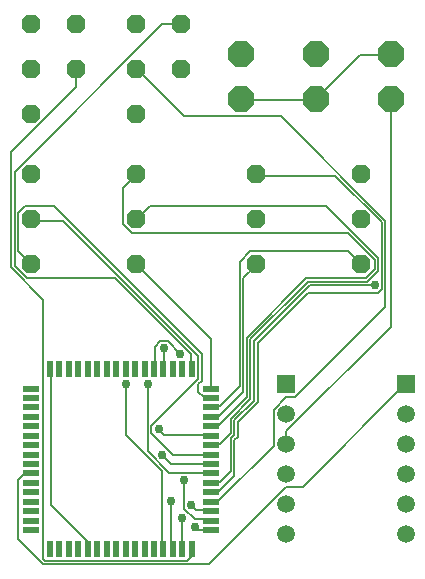
<source format=gbr>
G04 EAGLE Gerber X2 export*
%TF.Part,Single*%
%TF.FileFunction,Copper,L1,Top,Mixed*%
%TF.FilePolarity,Positive*%
%TF.GenerationSoftware,Autodesk,EAGLE,8.6.0*%
%TF.CreationDate,2018-03-06T10:54:34Z*%
G75*
%MOMM*%
%FSLAX34Y34*%
%LPD*%
%AMOC8*
5,1,8,0,0,1.08239X$1,22.5*%
G01*
%ADD10P,2.336880X8X22.500000*%
%ADD11P,1.732040X8X22.500000*%
%ADD12R,1.508000X1.508000*%
%ADD13C,1.508000*%
%ADD14R,1.473200X0.508000*%
%ADD15R,0.508000X1.473200*%
%ADD16C,0.152400*%
%ADD17C,0.756400*%


D10*
X342900Y508000D03*
X215900Y469900D03*
X215900Y508000D03*
X279400Y469900D03*
D11*
X38100Y533400D03*
X38100Y495300D03*
X317500Y368300D03*
X127000Y330200D03*
X228600Y330200D03*
X317500Y330200D03*
X38100Y330200D03*
D10*
X279400Y508000D03*
D11*
X127000Y457200D03*
X127000Y533400D03*
X228600Y406400D03*
D10*
X342900Y469900D03*
D11*
X127000Y495300D03*
X165100Y533400D03*
X317500Y406400D03*
X228600Y368300D03*
D12*
X355600Y228600D03*
D13*
X355600Y203200D03*
X355600Y177800D03*
X355600Y152400D03*
X355600Y127000D03*
X355600Y101600D03*
D12*
X254000Y228600D03*
D13*
X254000Y203200D03*
X254000Y177800D03*
X254000Y152400D03*
X254000Y127000D03*
X254000Y101600D03*
D14*
X38100Y225044D03*
X38100Y217170D03*
X38100Y209042D03*
X38100Y201168D03*
X38100Y193040D03*
X38100Y185166D03*
X38100Y177038D03*
X38100Y169164D03*
X38100Y161036D03*
X38100Y153162D03*
X38100Y145034D03*
X38100Y137160D03*
X38100Y129032D03*
X38100Y121158D03*
X38100Y113030D03*
X38100Y105156D03*
D15*
X54356Y88900D03*
X62230Y88900D03*
X70358Y88900D03*
X78232Y88900D03*
X86360Y88900D03*
X94234Y88900D03*
X102362Y88900D03*
X110236Y88900D03*
X118364Y88900D03*
X126238Y88900D03*
X134366Y88900D03*
X142240Y88900D03*
X150368Y88900D03*
X158242Y88900D03*
X166370Y88900D03*
X174244Y88900D03*
D14*
X190500Y105156D03*
X190500Y113030D03*
X190500Y121158D03*
X190500Y129032D03*
X190500Y137160D03*
X190500Y145034D03*
X190500Y153162D03*
X190500Y161036D03*
X190500Y169164D03*
X190500Y177038D03*
X190500Y185166D03*
X190500Y193040D03*
X190500Y201168D03*
X190500Y209042D03*
X190500Y217170D03*
X190500Y225044D03*
D15*
X174244Y241300D03*
X166370Y241300D03*
X158242Y241300D03*
X150368Y241300D03*
X142240Y241300D03*
X134366Y241300D03*
X126238Y241300D03*
X118364Y241300D03*
X110236Y241300D03*
X102362Y241300D03*
X94234Y241300D03*
X86360Y241300D03*
X78232Y241300D03*
X70358Y241300D03*
X62230Y241300D03*
X54356Y241300D03*
D11*
X38100Y457200D03*
X76200Y533400D03*
X38100Y368300D03*
X127000Y368300D03*
X76200Y495300D03*
X38100Y406400D03*
X127000Y406400D03*
X165100Y495300D03*
D16*
X173736Y88392D02*
X173736Y82296D01*
X170688Y79248D01*
X50292Y79248D01*
X48768Y80772D01*
X48768Y300228D01*
X21336Y327660D01*
X21336Y425196D01*
X76200Y480060D01*
X76200Y495300D01*
X174244Y88900D02*
X173736Y88392D01*
X166116Y89916D02*
X166116Y115824D01*
X166116Y89916D02*
X166370Y88900D01*
D17*
X166116Y115824D03*
D16*
X156972Y129540D02*
X156972Y89916D01*
X158242Y88900D01*
D17*
X156972Y129540D03*
D16*
X149352Y155448D02*
X149352Y89916D01*
X149352Y155448D02*
X118872Y185928D01*
X118872Y228600D01*
X149352Y89916D02*
X150368Y88900D01*
D17*
X118872Y228600D03*
D16*
X179832Y105156D02*
X190500Y105156D01*
X179832Y105156D02*
X176784Y108204D01*
D17*
X176784Y108204D03*
D16*
X176784Y114300D02*
X190500Y114300D01*
X176784Y114300D02*
X167640Y123444D01*
X167640Y147828D01*
X190500Y114300D02*
X190500Y113030D01*
D17*
X167640Y147828D03*
D16*
X178308Y121920D02*
X190500Y121920D01*
X178308Y121920D02*
X173736Y126492D01*
X190500Y121920D02*
X190500Y121158D01*
D17*
X173736Y126492D03*
D16*
X190500Y129540D02*
X196596Y129540D01*
X243840Y176784D01*
X243840Y207264D01*
X254508Y217932D01*
X262128Y217932D01*
X338328Y294132D01*
X338328Y367284D01*
X249936Y455676D01*
X167640Y455676D01*
X128016Y495300D01*
X190500Y129540D02*
X190500Y129032D01*
X128016Y495300D02*
X127000Y495300D01*
X190500Y137160D02*
X196596Y137160D01*
X210312Y150876D01*
X210312Y181356D01*
X213360Y184404D01*
X213360Y196596D01*
X230124Y213360D01*
X230124Y263652D01*
X272796Y306324D01*
X332232Y306324D01*
X335280Y309372D01*
X335280Y365760D01*
X295656Y405384D01*
X228600Y405384D01*
X228600Y406400D01*
X198120Y146304D02*
X190500Y146304D01*
X198120Y146304D02*
X207264Y155448D01*
X207264Y182880D01*
X210312Y185928D01*
X210312Y198120D01*
X227076Y214884D01*
X227076Y265176D01*
X274320Y312420D01*
X329184Y312420D01*
X190500Y146304D02*
X190500Y145034D01*
D17*
X329184Y312420D03*
D16*
X190500Y153924D02*
X155448Y153924D01*
X137160Y172212D01*
X137160Y228600D01*
X190500Y153924D02*
X190500Y153162D01*
D17*
X137160Y228600D03*
D16*
X156972Y161544D02*
X190500Y161544D01*
X156972Y161544D02*
X149352Y169164D01*
X190500Y161544D02*
X190500Y161036D01*
D17*
X149352Y169164D03*
D16*
X158496Y169164D02*
X190500Y169164D01*
X158496Y169164D02*
X140208Y187452D01*
X140208Y193548D01*
X179832Y233172D01*
X179832Y252984D01*
X65532Y367284D01*
X38100Y367284D01*
X38100Y368300D01*
X190500Y178308D02*
X198120Y178308D01*
X207264Y187452D01*
X207264Y199644D01*
X224028Y216408D01*
X224028Y266700D01*
X272796Y315468D01*
X323088Y315468D01*
X332232Y324612D01*
X332232Y335280D01*
X288036Y379476D01*
X138684Y379476D01*
X128016Y368808D01*
X190500Y178308D02*
X190500Y177038D01*
X127000Y368300D02*
X128016Y368808D01*
X190500Y193548D02*
X196596Y193548D01*
X220980Y217932D01*
X220980Y268224D01*
X271272Y318516D01*
X321564Y318516D01*
X329184Y326136D01*
X329184Y333756D01*
X306324Y356616D01*
X123444Y356616D01*
X115824Y364236D01*
X115824Y394716D01*
X126492Y405384D01*
X190500Y193548D02*
X190500Y193040D01*
X126492Y405384D02*
X127000Y406400D01*
X190500Y201168D02*
X196596Y201168D01*
X217932Y222504D01*
X217932Y318516D01*
X228600Y329184D01*
X228600Y330200D01*
X198120Y210312D02*
X190500Y210312D01*
X198120Y210312D02*
X214884Y227076D01*
X214884Y332232D01*
X224028Y341376D01*
X306324Y341376D01*
X317500Y330200D01*
X190500Y210312D02*
X190500Y209042D01*
X190500Y217932D02*
X184404Y217932D01*
X179832Y222504D01*
X179832Y228600D01*
X182880Y231648D01*
X182880Y254508D01*
X57912Y379476D01*
X33528Y379476D01*
X27432Y373380D01*
X27432Y341376D01*
X38100Y330708D01*
X190500Y217932D02*
X190500Y217170D01*
X38100Y330200D02*
X38100Y330708D01*
X190500Y266700D02*
X190500Y225044D01*
X190500Y266700D02*
X127000Y330200D01*
X173736Y254508D02*
X173736Y242316D01*
X173736Y254508D02*
X109728Y318516D01*
X35052Y318516D01*
X24384Y329184D01*
X24384Y408432D01*
X149352Y533400D01*
X165100Y533400D01*
X173736Y242316D02*
X174244Y241300D01*
X38100Y152400D02*
X32004Y152400D01*
X27432Y147828D01*
X27432Y97536D01*
X48768Y76200D01*
X188976Y76200D01*
X254508Y141732D01*
X268224Y141732D01*
X355092Y228600D01*
X38100Y153162D02*
X38100Y152400D01*
X355092Y228600D02*
X355600Y228600D01*
X150876Y242316D02*
X150876Y259080D01*
X150876Y242316D02*
X150368Y241300D01*
D17*
X150876Y259080D03*
D16*
X54864Y240792D02*
X54864Y126492D01*
X85344Y96012D01*
X85344Y89916D01*
X54864Y240792D02*
X54356Y241300D01*
X85344Y89916D02*
X86360Y88900D01*
X254508Y178308D02*
X254508Y188976D01*
X342900Y277368D01*
X342900Y469900D01*
X254508Y178308D02*
X254000Y177800D01*
X143256Y242316D02*
X143256Y260604D01*
X147828Y265176D01*
X153924Y265176D01*
X164592Y254508D01*
X143256Y242316D02*
X142240Y241300D01*
X216408Y469392D02*
X278892Y469392D01*
X216408Y469392D02*
X215900Y469900D01*
X278892Y469392D02*
X279400Y469900D01*
X316992Y507492D02*
X342900Y507492D01*
X316992Y507492D02*
X279400Y469900D01*
X342900Y507492D02*
X342900Y508000D01*
D17*
X164592Y254508D03*
D16*
X150876Y185928D02*
X190500Y185928D01*
X150876Y185928D02*
X146304Y190500D01*
X190500Y185928D02*
X190500Y185166D01*
D17*
X146304Y190500D03*
M02*

</source>
